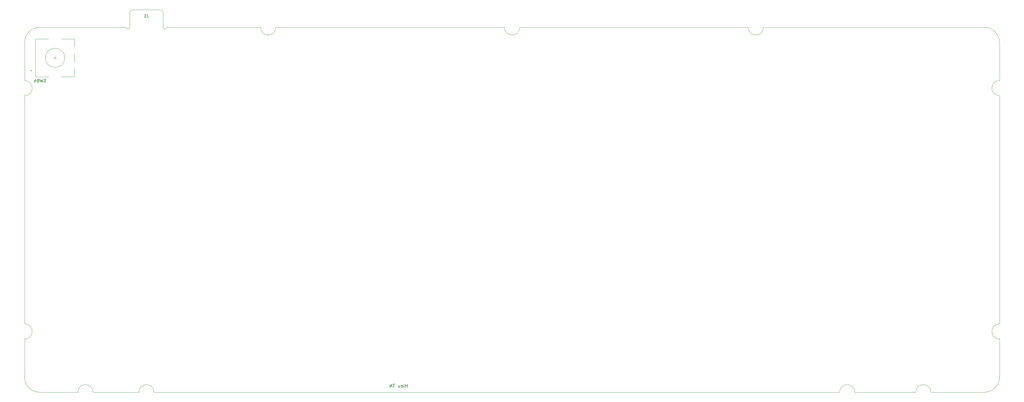
<source format=gbr>
%TF.GenerationSoftware,KiCad,Pcbnew,(6.0.2-0)*%
%TF.CreationDate,2022-03-20T22:32:52+07:00*%
%TF.ProjectId,kb-lone,6b622d6c-6f6e-4652-9e6b-696361645f70,rev?*%
%TF.SameCoordinates,Original*%
%TF.FileFunction,Legend,Bot*%
%TF.FilePolarity,Positive*%
%FSLAX46Y46*%
G04 Gerber Fmt 4.6, Leading zero omitted, Abs format (unit mm)*
G04 Created by KiCad (PCBNEW (6.0.2-0)) date 2022-03-20 22:32:52*
%MOMM*%
%LPD*%
G01*
G04 APERTURE LIST*
%TA.AperFunction,Profile*%
%ADD10C,0.100000*%
%TD*%
%ADD11C,0.150000*%
%ADD12C,0.120000*%
G04 APERTURE END LIST*
D10*
X352425000Y-169068750D02*
G75*
G03*
X357187500Y-164306250I0J4762500D01*
G01*
X357187500Y-71437500D02*
X357187500Y-59531250D01*
X283368750Y-54768750D02*
X352425000Y-54768750D01*
X95690000Y-54768842D02*
G75*
G03*
X96880626Y-54768796I595313J0D01*
G01*
X311943750Y-169068750D02*
G75*
G03*
X307181250Y-169068750I-2381250J0D01*
G01*
X95692892Y-50277104D02*
X95690000Y-54768842D01*
X357187500Y-71437500D02*
G75*
G03*
X357187500Y-76200000I0J-2381250D01*
G01*
X52387500Y-59531250D02*
X52387500Y-71437500D01*
X96880626Y-54768796D02*
X126206250Y-54768750D01*
X52387500Y-76200000D02*
G75*
G03*
X52387500Y-71437500I0J2381250D01*
G01*
X88106250Y-169068750D02*
X73818750Y-169068750D01*
X335756250Y-169068750D02*
G75*
G03*
X330993750Y-169068750I-2381250J0D01*
G01*
X73818750Y-169068750D02*
G75*
G03*
X69056250Y-169068750I-2381250J0D01*
G01*
X311943750Y-169068750D02*
X330993750Y-169068750D01*
X278606250Y-54768750D02*
G75*
G03*
X283368750Y-54768750I2381250J0D01*
G01*
X69056250Y-169068750D02*
X57150000Y-169068750D01*
X52387500Y-164306250D02*
G75*
G03*
X57150000Y-169068750I4762500J0D01*
G01*
X357187500Y-147637500D02*
X357187500Y-76200000D01*
X335756250Y-169068750D02*
X352425000Y-169068750D01*
X86287104Y-49277108D02*
X94692896Y-49277108D01*
X85287108Y-50277104D02*
X85287108Y-54768750D01*
X84096482Y-54768796D02*
X57150000Y-54768750D01*
X52387500Y-152400000D02*
G75*
G03*
X52387500Y-147637500I0J2381250D01*
G01*
X57150000Y-54768750D02*
G75*
G03*
X52387500Y-59531250I0J-4762500D01*
G01*
X357187500Y-59531250D02*
G75*
G03*
X352425000Y-54768750I-4762500J0D01*
G01*
X95692892Y-50277104D02*
G75*
G03*
X94692896Y-49277108I-999996J0D01*
G01*
X202406250Y-54768750D02*
G75*
G03*
X207168750Y-54768750I2381250J0D01*
G01*
X84096482Y-54768796D02*
G75*
G03*
X85287108Y-54768750I595313J0D01*
G01*
X126206250Y-54768750D02*
G75*
G03*
X130968750Y-54768750I2381250J0D01*
G01*
X52387500Y-152400000D02*
X52387500Y-164306250D01*
X357187500Y-147637500D02*
G75*
G03*
X357187500Y-152400000I0J-2381250D01*
G01*
X92868750Y-169068750D02*
G75*
G03*
X88106250Y-169068750I-2381250J0D01*
G01*
X52387500Y-76200000D02*
X52387500Y-147637500D01*
X86287104Y-49277108D02*
G75*
G03*
X85287108Y-50277104I0J-999996D01*
G01*
X307181250Y-169068750D02*
X92868750Y-169068750D01*
X357187500Y-152400000D02*
X357187500Y-164306250D01*
X207168750Y-54768750D02*
X278606250Y-54768750D01*
X130968750Y-54768750D02*
X202406250Y-54768750D01*
D11*
X172050476Y-167552380D02*
X172050476Y-166552380D01*
X172050476Y-167028571D02*
X171479047Y-167028571D01*
X171479047Y-167552380D02*
X171479047Y-166552380D01*
X171002857Y-167552380D02*
X171002857Y-166885714D01*
X171002857Y-166552380D02*
X171050476Y-166600000D01*
X171002857Y-166647619D01*
X170955238Y-166600000D01*
X171002857Y-166552380D01*
X171002857Y-166647619D01*
X170145714Y-167504761D02*
X170240952Y-167552380D01*
X170431428Y-167552380D01*
X170526666Y-167504761D01*
X170574285Y-167409523D01*
X170574285Y-167028571D01*
X170526666Y-166933333D01*
X170431428Y-166885714D01*
X170240952Y-166885714D01*
X170145714Y-166933333D01*
X170098095Y-167028571D01*
X170098095Y-167123809D01*
X170574285Y-167219047D01*
X169240952Y-166885714D02*
X169240952Y-167552380D01*
X169669523Y-166885714D02*
X169669523Y-167409523D01*
X169621904Y-167504761D01*
X169526666Y-167552380D01*
X169383809Y-167552380D01*
X169288571Y-167504761D01*
X169240952Y-167457142D01*
X168145714Y-166552380D02*
X167574285Y-166552380D01*
X167860000Y-167552380D02*
X167860000Y-166552380D01*
X167240952Y-167552380D02*
X167240952Y-166552380D01*
X166669523Y-167552380D01*
X166669523Y-166552380D01*
%TO.C,SW84*%
X59039523Y-71934761D02*
X58896666Y-71982380D01*
X58658571Y-71982380D01*
X58563333Y-71934761D01*
X58515714Y-71887142D01*
X58468095Y-71791904D01*
X58468095Y-71696666D01*
X58515714Y-71601428D01*
X58563333Y-71553809D01*
X58658571Y-71506190D01*
X58849047Y-71458571D01*
X58944285Y-71410952D01*
X58991904Y-71363333D01*
X59039523Y-71268095D01*
X59039523Y-71172857D01*
X58991904Y-71077619D01*
X58944285Y-71030000D01*
X58849047Y-70982380D01*
X58610952Y-70982380D01*
X58468095Y-71030000D01*
X58134761Y-70982380D02*
X57896666Y-71982380D01*
X57706190Y-71268095D01*
X57515714Y-71982380D01*
X57277619Y-70982380D01*
X56753809Y-71410952D02*
X56849047Y-71363333D01*
X56896666Y-71315714D01*
X56944285Y-71220476D01*
X56944285Y-71172857D01*
X56896666Y-71077619D01*
X56849047Y-71030000D01*
X56753809Y-70982380D01*
X56563333Y-70982380D01*
X56468095Y-71030000D01*
X56420476Y-71077619D01*
X56372857Y-71172857D01*
X56372857Y-71220476D01*
X56420476Y-71315714D01*
X56468095Y-71363333D01*
X56563333Y-71410952D01*
X56753809Y-71410952D01*
X56849047Y-71458571D01*
X56896666Y-71506190D01*
X56944285Y-71601428D01*
X56944285Y-71791904D01*
X56896666Y-71887142D01*
X56849047Y-71934761D01*
X56753809Y-71982380D01*
X56563333Y-71982380D01*
X56468095Y-71934761D01*
X56420476Y-71887142D01*
X56372857Y-71791904D01*
X56372857Y-71601428D01*
X56420476Y-71506190D01*
X56468095Y-71458571D01*
X56563333Y-71410952D01*
X55515714Y-71315714D02*
X55515714Y-71982380D01*
X55753809Y-70934761D02*
X55991904Y-71649047D01*
X55372857Y-71649047D01*
%TO.C,J1*%
X90823333Y-50634880D02*
X90823333Y-51349166D01*
X90870952Y-51492023D01*
X90966190Y-51587261D01*
X91109047Y-51634880D01*
X91204285Y-51634880D01*
X89823333Y-51634880D02*
X90394761Y-51634880D01*
X90109047Y-51634880D02*
X90109047Y-50634880D01*
X90204285Y-50777738D01*
X90299523Y-50872976D01*
X90394761Y-50920595D01*
D12*
%TO.C,SW84*%
X55830000Y-70230000D02*
X55830000Y-58430000D01*
X54730000Y-68430000D02*
X54430000Y-68130000D01*
X68030000Y-60830000D02*
X68030000Y-58430000D01*
X54130000Y-68430000D02*
X54730000Y-68430000D01*
X54430000Y-68130000D02*
X54130000Y-68430000D01*
X61430000Y-64330000D02*
X62430000Y-64330000D01*
X68030000Y-65630000D02*
X68030000Y-63030000D01*
X63930000Y-70230000D02*
X68030000Y-70230000D01*
X68030000Y-58430000D02*
X63930000Y-58430000D01*
X68030000Y-70230000D02*
X68030000Y-67830000D01*
X59930000Y-58430000D02*
X55830000Y-58430000D01*
X61930000Y-64830000D02*
X61930000Y-63830000D01*
X59930000Y-70230000D02*
X55830000Y-70230000D01*
X64930000Y-64330000D02*
G75*
G03*
X64930000Y-64330000I-3000000J0D01*
G01*
%TD*%
M02*

</source>
